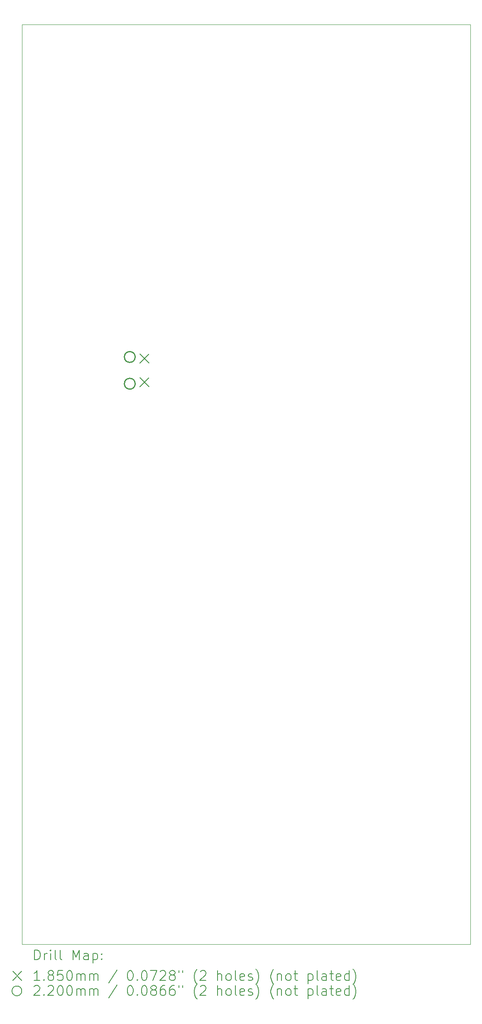
<source format=gbr>
%TF.GenerationSoftware,KiCad,Pcbnew,9.0.3-9.0.3-0~ubuntu24.04.1*%
%TF.CreationDate,2025-09-17T21:15:32+02:00*%
%TF.ProjectId,PCB_ SEPARATED,5043425f-2053-4455-9041-52415445442e,rev?*%
%TF.SameCoordinates,Original*%
%TF.FileFunction,Drillmap*%
%TF.FilePolarity,Positive*%
%FSLAX45Y45*%
G04 Gerber Fmt 4.5, Leading zero omitted, Abs format (unit mm)*
G04 Created by KiCad (PCBNEW 9.0.3-9.0.3-0~ubuntu24.04.1) date 2025-09-17 21:15:32*
%MOMM*%
%LPD*%
G01*
G04 APERTURE LIST*
%ADD10C,0.050000*%
%ADD11C,0.200000*%
%ADD12C,0.185000*%
%ADD13C,0.220000*%
G04 APERTURE END LIST*
D10*
X3946000Y-1450000D02*
X13096000Y-1450000D01*
X13096000Y-20200000D01*
X3946000Y-20200000D01*
X3946000Y-1450000D01*
D11*
D12*
X6356500Y-8165000D02*
X6541500Y-8350000D01*
X6541500Y-8165000D02*
X6356500Y-8350000D01*
X6356500Y-8650000D02*
X6541500Y-8835000D01*
X6541500Y-8650000D02*
X6356500Y-8835000D01*
D13*
X6256000Y-8227500D02*
G75*
G02*
X6036000Y-8227500I-110000J0D01*
G01*
X6036000Y-8227500D02*
G75*
G02*
X6256000Y-8227500I110000J0D01*
G01*
X6256000Y-8772500D02*
G75*
G02*
X6036000Y-8772500I-110000J0D01*
G01*
X6036000Y-8772500D02*
G75*
G02*
X6256000Y-8772500I110000J0D01*
G01*
D11*
X4204277Y-20513984D02*
X4204277Y-20313984D01*
X4204277Y-20313984D02*
X4251896Y-20313984D01*
X4251896Y-20313984D02*
X4280467Y-20323508D01*
X4280467Y-20323508D02*
X4299515Y-20342555D01*
X4299515Y-20342555D02*
X4309039Y-20361603D01*
X4309039Y-20361603D02*
X4318563Y-20399698D01*
X4318563Y-20399698D02*
X4318563Y-20428270D01*
X4318563Y-20428270D02*
X4309039Y-20466365D01*
X4309039Y-20466365D02*
X4299515Y-20485412D01*
X4299515Y-20485412D02*
X4280467Y-20504460D01*
X4280467Y-20504460D02*
X4251896Y-20513984D01*
X4251896Y-20513984D02*
X4204277Y-20513984D01*
X4404277Y-20513984D02*
X4404277Y-20380650D01*
X4404277Y-20418746D02*
X4413801Y-20399698D01*
X4413801Y-20399698D02*
X4423324Y-20390174D01*
X4423324Y-20390174D02*
X4442372Y-20380650D01*
X4442372Y-20380650D02*
X4461420Y-20380650D01*
X4528086Y-20513984D02*
X4528086Y-20380650D01*
X4528086Y-20313984D02*
X4518563Y-20323508D01*
X4518563Y-20323508D02*
X4528086Y-20333031D01*
X4528086Y-20333031D02*
X4537610Y-20323508D01*
X4537610Y-20323508D02*
X4528086Y-20313984D01*
X4528086Y-20313984D02*
X4528086Y-20333031D01*
X4651896Y-20513984D02*
X4632848Y-20504460D01*
X4632848Y-20504460D02*
X4623324Y-20485412D01*
X4623324Y-20485412D02*
X4623324Y-20313984D01*
X4756658Y-20513984D02*
X4737610Y-20504460D01*
X4737610Y-20504460D02*
X4728086Y-20485412D01*
X4728086Y-20485412D02*
X4728086Y-20313984D01*
X4985229Y-20513984D02*
X4985229Y-20313984D01*
X4985229Y-20313984D02*
X5051896Y-20456841D01*
X5051896Y-20456841D02*
X5118563Y-20313984D01*
X5118563Y-20313984D02*
X5118563Y-20513984D01*
X5299515Y-20513984D02*
X5299515Y-20409222D01*
X5299515Y-20409222D02*
X5289991Y-20390174D01*
X5289991Y-20390174D02*
X5270944Y-20380650D01*
X5270944Y-20380650D02*
X5232848Y-20380650D01*
X5232848Y-20380650D02*
X5213801Y-20390174D01*
X5299515Y-20504460D02*
X5280467Y-20513984D01*
X5280467Y-20513984D02*
X5232848Y-20513984D01*
X5232848Y-20513984D02*
X5213801Y-20504460D01*
X5213801Y-20504460D02*
X5204277Y-20485412D01*
X5204277Y-20485412D02*
X5204277Y-20466365D01*
X5204277Y-20466365D02*
X5213801Y-20447317D01*
X5213801Y-20447317D02*
X5232848Y-20437793D01*
X5232848Y-20437793D02*
X5280467Y-20437793D01*
X5280467Y-20437793D02*
X5299515Y-20428270D01*
X5394753Y-20380650D02*
X5394753Y-20580650D01*
X5394753Y-20390174D02*
X5413801Y-20380650D01*
X5413801Y-20380650D02*
X5451896Y-20380650D01*
X5451896Y-20380650D02*
X5470944Y-20390174D01*
X5470944Y-20390174D02*
X5480467Y-20399698D01*
X5480467Y-20399698D02*
X5489991Y-20418746D01*
X5489991Y-20418746D02*
X5489991Y-20475889D01*
X5489991Y-20475889D02*
X5480467Y-20494936D01*
X5480467Y-20494936D02*
X5470944Y-20504460D01*
X5470944Y-20504460D02*
X5451896Y-20513984D01*
X5451896Y-20513984D02*
X5413801Y-20513984D01*
X5413801Y-20513984D02*
X5394753Y-20504460D01*
X5575705Y-20494936D02*
X5585229Y-20504460D01*
X5585229Y-20504460D02*
X5575705Y-20513984D01*
X5575705Y-20513984D02*
X5566182Y-20504460D01*
X5566182Y-20504460D02*
X5575705Y-20494936D01*
X5575705Y-20494936D02*
X5575705Y-20513984D01*
X5575705Y-20390174D02*
X5585229Y-20399698D01*
X5585229Y-20399698D02*
X5575705Y-20409222D01*
X5575705Y-20409222D02*
X5566182Y-20399698D01*
X5566182Y-20399698D02*
X5575705Y-20390174D01*
X5575705Y-20390174D02*
X5575705Y-20409222D01*
D12*
X3758500Y-20750000D02*
X3943500Y-20935000D01*
X3943500Y-20750000D02*
X3758500Y-20935000D01*
D11*
X4309039Y-20933984D02*
X4194753Y-20933984D01*
X4251896Y-20933984D02*
X4251896Y-20733984D01*
X4251896Y-20733984D02*
X4232848Y-20762555D01*
X4232848Y-20762555D02*
X4213801Y-20781603D01*
X4213801Y-20781603D02*
X4194753Y-20791127D01*
X4394753Y-20914936D02*
X4404277Y-20924460D01*
X4404277Y-20924460D02*
X4394753Y-20933984D01*
X4394753Y-20933984D02*
X4385229Y-20924460D01*
X4385229Y-20924460D02*
X4394753Y-20914936D01*
X4394753Y-20914936D02*
X4394753Y-20933984D01*
X4518563Y-20819698D02*
X4499515Y-20810174D01*
X4499515Y-20810174D02*
X4489991Y-20800650D01*
X4489991Y-20800650D02*
X4480467Y-20781603D01*
X4480467Y-20781603D02*
X4480467Y-20772079D01*
X4480467Y-20772079D02*
X4489991Y-20753031D01*
X4489991Y-20753031D02*
X4499515Y-20743508D01*
X4499515Y-20743508D02*
X4518563Y-20733984D01*
X4518563Y-20733984D02*
X4556658Y-20733984D01*
X4556658Y-20733984D02*
X4575705Y-20743508D01*
X4575705Y-20743508D02*
X4585229Y-20753031D01*
X4585229Y-20753031D02*
X4594753Y-20772079D01*
X4594753Y-20772079D02*
X4594753Y-20781603D01*
X4594753Y-20781603D02*
X4585229Y-20800650D01*
X4585229Y-20800650D02*
X4575705Y-20810174D01*
X4575705Y-20810174D02*
X4556658Y-20819698D01*
X4556658Y-20819698D02*
X4518563Y-20819698D01*
X4518563Y-20819698D02*
X4499515Y-20829222D01*
X4499515Y-20829222D02*
X4489991Y-20838746D01*
X4489991Y-20838746D02*
X4480467Y-20857793D01*
X4480467Y-20857793D02*
X4480467Y-20895889D01*
X4480467Y-20895889D02*
X4489991Y-20914936D01*
X4489991Y-20914936D02*
X4499515Y-20924460D01*
X4499515Y-20924460D02*
X4518563Y-20933984D01*
X4518563Y-20933984D02*
X4556658Y-20933984D01*
X4556658Y-20933984D02*
X4575705Y-20924460D01*
X4575705Y-20924460D02*
X4585229Y-20914936D01*
X4585229Y-20914936D02*
X4594753Y-20895889D01*
X4594753Y-20895889D02*
X4594753Y-20857793D01*
X4594753Y-20857793D02*
X4585229Y-20838746D01*
X4585229Y-20838746D02*
X4575705Y-20829222D01*
X4575705Y-20829222D02*
X4556658Y-20819698D01*
X4775705Y-20733984D02*
X4680467Y-20733984D01*
X4680467Y-20733984D02*
X4670944Y-20829222D01*
X4670944Y-20829222D02*
X4680467Y-20819698D01*
X4680467Y-20819698D02*
X4699515Y-20810174D01*
X4699515Y-20810174D02*
X4747134Y-20810174D01*
X4747134Y-20810174D02*
X4766182Y-20819698D01*
X4766182Y-20819698D02*
X4775705Y-20829222D01*
X4775705Y-20829222D02*
X4785229Y-20848270D01*
X4785229Y-20848270D02*
X4785229Y-20895889D01*
X4785229Y-20895889D02*
X4775705Y-20914936D01*
X4775705Y-20914936D02*
X4766182Y-20924460D01*
X4766182Y-20924460D02*
X4747134Y-20933984D01*
X4747134Y-20933984D02*
X4699515Y-20933984D01*
X4699515Y-20933984D02*
X4680467Y-20924460D01*
X4680467Y-20924460D02*
X4670944Y-20914936D01*
X4909039Y-20733984D02*
X4928086Y-20733984D01*
X4928086Y-20733984D02*
X4947134Y-20743508D01*
X4947134Y-20743508D02*
X4956658Y-20753031D01*
X4956658Y-20753031D02*
X4966182Y-20772079D01*
X4966182Y-20772079D02*
X4975705Y-20810174D01*
X4975705Y-20810174D02*
X4975705Y-20857793D01*
X4975705Y-20857793D02*
X4966182Y-20895889D01*
X4966182Y-20895889D02*
X4956658Y-20914936D01*
X4956658Y-20914936D02*
X4947134Y-20924460D01*
X4947134Y-20924460D02*
X4928086Y-20933984D01*
X4928086Y-20933984D02*
X4909039Y-20933984D01*
X4909039Y-20933984D02*
X4889991Y-20924460D01*
X4889991Y-20924460D02*
X4880467Y-20914936D01*
X4880467Y-20914936D02*
X4870944Y-20895889D01*
X4870944Y-20895889D02*
X4861420Y-20857793D01*
X4861420Y-20857793D02*
X4861420Y-20810174D01*
X4861420Y-20810174D02*
X4870944Y-20772079D01*
X4870944Y-20772079D02*
X4880467Y-20753031D01*
X4880467Y-20753031D02*
X4889991Y-20743508D01*
X4889991Y-20743508D02*
X4909039Y-20733984D01*
X5061420Y-20933984D02*
X5061420Y-20800650D01*
X5061420Y-20819698D02*
X5070944Y-20810174D01*
X5070944Y-20810174D02*
X5089991Y-20800650D01*
X5089991Y-20800650D02*
X5118563Y-20800650D01*
X5118563Y-20800650D02*
X5137610Y-20810174D01*
X5137610Y-20810174D02*
X5147134Y-20829222D01*
X5147134Y-20829222D02*
X5147134Y-20933984D01*
X5147134Y-20829222D02*
X5156658Y-20810174D01*
X5156658Y-20810174D02*
X5175705Y-20800650D01*
X5175705Y-20800650D02*
X5204277Y-20800650D01*
X5204277Y-20800650D02*
X5223325Y-20810174D01*
X5223325Y-20810174D02*
X5232848Y-20829222D01*
X5232848Y-20829222D02*
X5232848Y-20933984D01*
X5328086Y-20933984D02*
X5328086Y-20800650D01*
X5328086Y-20819698D02*
X5337610Y-20810174D01*
X5337610Y-20810174D02*
X5356658Y-20800650D01*
X5356658Y-20800650D02*
X5385229Y-20800650D01*
X5385229Y-20800650D02*
X5404277Y-20810174D01*
X5404277Y-20810174D02*
X5413801Y-20829222D01*
X5413801Y-20829222D02*
X5413801Y-20933984D01*
X5413801Y-20829222D02*
X5423325Y-20810174D01*
X5423325Y-20810174D02*
X5442372Y-20800650D01*
X5442372Y-20800650D02*
X5470944Y-20800650D01*
X5470944Y-20800650D02*
X5489991Y-20810174D01*
X5489991Y-20810174D02*
X5499515Y-20829222D01*
X5499515Y-20829222D02*
X5499515Y-20933984D01*
X5889991Y-20724460D02*
X5718563Y-20981603D01*
X6147134Y-20733984D02*
X6166182Y-20733984D01*
X6166182Y-20733984D02*
X6185229Y-20743508D01*
X6185229Y-20743508D02*
X6194753Y-20753031D01*
X6194753Y-20753031D02*
X6204277Y-20772079D01*
X6204277Y-20772079D02*
X6213801Y-20810174D01*
X6213801Y-20810174D02*
X6213801Y-20857793D01*
X6213801Y-20857793D02*
X6204277Y-20895889D01*
X6204277Y-20895889D02*
X6194753Y-20914936D01*
X6194753Y-20914936D02*
X6185229Y-20924460D01*
X6185229Y-20924460D02*
X6166182Y-20933984D01*
X6166182Y-20933984D02*
X6147134Y-20933984D01*
X6147134Y-20933984D02*
X6128086Y-20924460D01*
X6128086Y-20924460D02*
X6118563Y-20914936D01*
X6118563Y-20914936D02*
X6109039Y-20895889D01*
X6109039Y-20895889D02*
X6099515Y-20857793D01*
X6099515Y-20857793D02*
X6099515Y-20810174D01*
X6099515Y-20810174D02*
X6109039Y-20772079D01*
X6109039Y-20772079D02*
X6118563Y-20753031D01*
X6118563Y-20753031D02*
X6128086Y-20743508D01*
X6128086Y-20743508D02*
X6147134Y-20733984D01*
X6299515Y-20914936D02*
X6309039Y-20924460D01*
X6309039Y-20924460D02*
X6299515Y-20933984D01*
X6299515Y-20933984D02*
X6289991Y-20924460D01*
X6289991Y-20924460D02*
X6299515Y-20914936D01*
X6299515Y-20914936D02*
X6299515Y-20933984D01*
X6432848Y-20733984D02*
X6451896Y-20733984D01*
X6451896Y-20733984D02*
X6470944Y-20743508D01*
X6470944Y-20743508D02*
X6480467Y-20753031D01*
X6480467Y-20753031D02*
X6489991Y-20772079D01*
X6489991Y-20772079D02*
X6499515Y-20810174D01*
X6499515Y-20810174D02*
X6499515Y-20857793D01*
X6499515Y-20857793D02*
X6489991Y-20895889D01*
X6489991Y-20895889D02*
X6480467Y-20914936D01*
X6480467Y-20914936D02*
X6470944Y-20924460D01*
X6470944Y-20924460D02*
X6451896Y-20933984D01*
X6451896Y-20933984D02*
X6432848Y-20933984D01*
X6432848Y-20933984D02*
X6413801Y-20924460D01*
X6413801Y-20924460D02*
X6404277Y-20914936D01*
X6404277Y-20914936D02*
X6394753Y-20895889D01*
X6394753Y-20895889D02*
X6385229Y-20857793D01*
X6385229Y-20857793D02*
X6385229Y-20810174D01*
X6385229Y-20810174D02*
X6394753Y-20772079D01*
X6394753Y-20772079D02*
X6404277Y-20753031D01*
X6404277Y-20753031D02*
X6413801Y-20743508D01*
X6413801Y-20743508D02*
X6432848Y-20733984D01*
X6566182Y-20733984D02*
X6699515Y-20733984D01*
X6699515Y-20733984D02*
X6613801Y-20933984D01*
X6766182Y-20753031D02*
X6775706Y-20743508D01*
X6775706Y-20743508D02*
X6794753Y-20733984D01*
X6794753Y-20733984D02*
X6842372Y-20733984D01*
X6842372Y-20733984D02*
X6861420Y-20743508D01*
X6861420Y-20743508D02*
X6870944Y-20753031D01*
X6870944Y-20753031D02*
X6880467Y-20772079D01*
X6880467Y-20772079D02*
X6880467Y-20791127D01*
X6880467Y-20791127D02*
X6870944Y-20819698D01*
X6870944Y-20819698D02*
X6756658Y-20933984D01*
X6756658Y-20933984D02*
X6880467Y-20933984D01*
X6994753Y-20819698D02*
X6975706Y-20810174D01*
X6975706Y-20810174D02*
X6966182Y-20800650D01*
X6966182Y-20800650D02*
X6956658Y-20781603D01*
X6956658Y-20781603D02*
X6956658Y-20772079D01*
X6956658Y-20772079D02*
X6966182Y-20753031D01*
X6966182Y-20753031D02*
X6975706Y-20743508D01*
X6975706Y-20743508D02*
X6994753Y-20733984D01*
X6994753Y-20733984D02*
X7032848Y-20733984D01*
X7032848Y-20733984D02*
X7051896Y-20743508D01*
X7051896Y-20743508D02*
X7061420Y-20753031D01*
X7061420Y-20753031D02*
X7070944Y-20772079D01*
X7070944Y-20772079D02*
X7070944Y-20781603D01*
X7070944Y-20781603D02*
X7061420Y-20800650D01*
X7061420Y-20800650D02*
X7051896Y-20810174D01*
X7051896Y-20810174D02*
X7032848Y-20819698D01*
X7032848Y-20819698D02*
X6994753Y-20819698D01*
X6994753Y-20819698D02*
X6975706Y-20829222D01*
X6975706Y-20829222D02*
X6966182Y-20838746D01*
X6966182Y-20838746D02*
X6956658Y-20857793D01*
X6956658Y-20857793D02*
X6956658Y-20895889D01*
X6956658Y-20895889D02*
X6966182Y-20914936D01*
X6966182Y-20914936D02*
X6975706Y-20924460D01*
X6975706Y-20924460D02*
X6994753Y-20933984D01*
X6994753Y-20933984D02*
X7032848Y-20933984D01*
X7032848Y-20933984D02*
X7051896Y-20924460D01*
X7051896Y-20924460D02*
X7061420Y-20914936D01*
X7061420Y-20914936D02*
X7070944Y-20895889D01*
X7070944Y-20895889D02*
X7070944Y-20857793D01*
X7070944Y-20857793D02*
X7061420Y-20838746D01*
X7061420Y-20838746D02*
X7051896Y-20829222D01*
X7051896Y-20829222D02*
X7032848Y-20819698D01*
X7147134Y-20733984D02*
X7147134Y-20772079D01*
X7223325Y-20733984D02*
X7223325Y-20772079D01*
X7518563Y-21010174D02*
X7509039Y-21000650D01*
X7509039Y-21000650D02*
X7489991Y-20972079D01*
X7489991Y-20972079D02*
X7480468Y-20953031D01*
X7480468Y-20953031D02*
X7470944Y-20924460D01*
X7470944Y-20924460D02*
X7461420Y-20876841D01*
X7461420Y-20876841D02*
X7461420Y-20838746D01*
X7461420Y-20838746D02*
X7470944Y-20791127D01*
X7470944Y-20791127D02*
X7480468Y-20762555D01*
X7480468Y-20762555D02*
X7489991Y-20743508D01*
X7489991Y-20743508D02*
X7509039Y-20714936D01*
X7509039Y-20714936D02*
X7518563Y-20705412D01*
X7585229Y-20753031D02*
X7594753Y-20743508D01*
X7594753Y-20743508D02*
X7613801Y-20733984D01*
X7613801Y-20733984D02*
X7661420Y-20733984D01*
X7661420Y-20733984D02*
X7680468Y-20743508D01*
X7680468Y-20743508D02*
X7689991Y-20753031D01*
X7689991Y-20753031D02*
X7699515Y-20772079D01*
X7699515Y-20772079D02*
X7699515Y-20791127D01*
X7699515Y-20791127D02*
X7689991Y-20819698D01*
X7689991Y-20819698D02*
X7575706Y-20933984D01*
X7575706Y-20933984D02*
X7699515Y-20933984D01*
X7937610Y-20933984D02*
X7937610Y-20733984D01*
X8023325Y-20933984D02*
X8023325Y-20829222D01*
X8023325Y-20829222D02*
X8013801Y-20810174D01*
X8013801Y-20810174D02*
X7994753Y-20800650D01*
X7994753Y-20800650D02*
X7966182Y-20800650D01*
X7966182Y-20800650D02*
X7947134Y-20810174D01*
X7947134Y-20810174D02*
X7937610Y-20819698D01*
X8147134Y-20933984D02*
X8128087Y-20924460D01*
X8128087Y-20924460D02*
X8118563Y-20914936D01*
X8118563Y-20914936D02*
X8109039Y-20895889D01*
X8109039Y-20895889D02*
X8109039Y-20838746D01*
X8109039Y-20838746D02*
X8118563Y-20819698D01*
X8118563Y-20819698D02*
X8128087Y-20810174D01*
X8128087Y-20810174D02*
X8147134Y-20800650D01*
X8147134Y-20800650D02*
X8175706Y-20800650D01*
X8175706Y-20800650D02*
X8194753Y-20810174D01*
X8194753Y-20810174D02*
X8204277Y-20819698D01*
X8204277Y-20819698D02*
X8213801Y-20838746D01*
X8213801Y-20838746D02*
X8213801Y-20895889D01*
X8213801Y-20895889D02*
X8204277Y-20914936D01*
X8204277Y-20914936D02*
X8194753Y-20924460D01*
X8194753Y-20924460D02*
X8175706Y-20933984D01*
X8175706Y-20933984D02*
X8147134Y-20933984D01*
X8328087Y-20933984D02*
X8309039Y-20924460D01*
X8309039Y-20924460D02*
X8299515Y-20905412D01*
X8299515Y-20905412D02*
X8299515Y-20733984D01*
X8480468Y-20924460D02*
X8461420Y-20933984D01*
X8461420Y-20933984D02*
X8423325Y-20933984D01*
X8423325Y-20933984D02*
X8404277Y-20924460D01*
X8404277Y-20924460D02*
X8394753Y-20905412D01*
X8394753Y-20905412D02*
X8394753Y-20829222D01*
X8394753Y-20829222D02*
X8404277Y-20810174D01*
X8404277Y-20810174D02*
X8423325Y-20800650D01*
X8423325Y-20800650D02*
X8461420Y-20800650D01*
X8461420Y-20800650D02*
X8480468Y-20810174D01*
X8480468Y-20810174D02*
X8489992Y-20829222D01*
X8489992Y-20829222D02*
X8489992Y-20848270D01*
X8489992Y-20848270D02*
X8394753Y-20867317D01*
X8566182Y-20924460D02*
X8585230Y-20933984D01*
X8585230Y-20933984D02*
X8623325Y-20933984D01*
X8623325Y-20933984D02*
X8642373Y-20924460D01*
X8642373Y-20924460D02*
X8651896Y-20905412D01*
X8651896Y-20905412D02*
X8651896Y-20895889D01*
X8651896Y-20895889D02*
X8642373Y-20876841D01*
X8642373Y-20876841D02*
X8623325Y-20867317D01*
X8623325Y-20867317D02*
X8594753Y-20867317D01*
X8594753Y-20867317D02*
X8575706Y-20857793D01*
X8575706Y-20857793D02*
X8566182Y-20838746D01*
X8566182Y-20838746D02*
X8566182Y-20829222D01*
X8566182Y-20829222D02*
X8575706Y-20810174D01*
X8575706Y-20810174D02*
X8594753Y-20800650D01*
X8594753Y-20800650D02*
X8623325Y-20800650D01*
X8623325Y-20800650D02*
X8642373Y-20810174D01*
X8718563Y-21010174D02*
X8728087Y-21000650D01*
X8728087Y-21000650D02*
X8747134Y-20972079D01*
X8747134Y-20972079D02*
X8756658Y-20953031D01*
X8756658Y-20953031D02*
X8766182Y-20924460D01*
X8766182Y-20924460D02*
X8775706Y-20876841D01*
X8775706Y-20876841D02*
X8775706Y-20838746D01*
X8775706Y-20838746D02*
X8766182Y-20791127D01*
X8766182Y-20791127D02*
X8756658Y-20762555D01*
X8756658Y-20762555D02*
X8747134Y-20743508D01*
X8747134Y-20743508D02*
X8728087Y-20714936D01*
X8728087Y-20714936D02*
X8718563Y-20705412D01*
X9080468Y-21010174D02*
X9070944Y-21000650D01*
X9070944Y-21000650D02*
X9051896Y-20972079D01*
X9051896Y-20972079D02*
X9042373Y-20953031D01*
X9042373Y-20953031D02*
X9032849Y-20924460D01*
X9032849Y-20924460D02*
X9023325Y-20876841D01*
X9023325Y-20876841D02*
X9023325Y-20838746D01*
X9023325Y-20838746D02*
X9032849Y-20791127D01*
X9032849Y-20791127D02*
X9042373Y-20762555D01*
X9042373Y-20762555D02*
X9051896Y-20743508D01*
X9051896Y-20743508D02*
X9070944Y-20714936D01*
X9070944Y-20714936D02*
X9080468Y-20705412D01*
X9156658Y-20800650D02*
X9156658Y-20933984D01*
X9156658Y-20819698D02*
X9166182Y-20810174D01*
X9166182Y-20810174D02*
X9185230Y-20800650D01*
X9185230Y-20800650D02*
X9213801Y-20800650D01*
X9213801Y-20800650D02*
X9232849Y-20810174D01*
X9232849Y-20810174D02*
X9242373Y-20829222D01*
X9242373Y-20829222D02*
X9242373Y-20933984D01*
X9366182Y-20933984D02*
X9347134Y-20924460D01*
X9347134Y-20924460D02*
X9337611Y-20914936D01*
X9337611Y-20914936D02*
X9328087Y-20895889D01*
X9328087Y-20895889D02*
X9328087Y-20838746D01*
X9328087Y-20838746D02*
X9337611Y-20819698D01*
X9337611Y-20819698D02*
X9347134Y-20810174D01*
X9347134Y-20810174D02*
X9366182Y-20800650D01*
X9366182Y-20800650D02*
X9394754Y-20800650D01*
X9394754Y-20800650D02*
X9413801Y-20810174D01*
X9413801Y-20810174D02*
X9423325Y-20819698D01*
X9423325Y-20819698D02*
X9432849Y-20838746D01*
X9432849Y-20838746D02*
X9432849Y-20895889D01*
X9432849Y-20895889D02*
X9423325Y-20914936D01*
X9423325Y-20914936D02*
X9413801Y-20924460D01*
X9413801Y-20924460D02*
X9394754Y-20933984D01*
X9394754Y-20933984D02*
X9366182Y-20933984D01*
X9489992Y-20800650D02*
X9566182Y-20800650D01*
X9518563Y-20733984D02*
X9518563Y-20905412D01*
X9518563Y-20905412D02*
X9528087Y-20924460D01*
X9528087Y-20924460D02*
X9547134Y-20933984D01*
X9547134Y-20933984D02*
X9566182Y-20933984D01*
X9785230Y-20800650D02*
X9785230Y-21000650D01*
X9785230Y-20810174D02*
X9804277Y-20800650D01*
X9804277Y-20800650D02*
X9842373Y-20800650D01*
X9842373Y-20800650D02*
X9861420Y-20810174D01*
X9861420Y-20810174D02*
X9870944Y-20819698D01*
X9870944Y-20819698D02*
X9880468Y-20838746D01*
X9880468Y-20838746D02*
X9880468Y-20895889D01*
X9880468Y-20895889D02*
X9870944Y-20914936D01*
X9870944Y-20914936D02*
X9861420Y-20924460D01*
X9861420Y-20924460D02*
X9842373Y-20933984D01*
X9842373Y-20933984D02*
X9804277Y-20933984D01*
X9804277Y-20933984D02*
X9785230Y-20924460D01*
X9994754Y-20933984D02*
X9975706Y-20924460D01*
X9975706Y-20924460D02*
X9966182Y-20905412D01*
X9966182Y-20905412D02*
X9966182Y-20733984D01*
X10156658Y-20933984D02*
X10156658Y-20829222D01*
X10156658Y-20829222D02*
X10147135Y-20810174D01*
X10147135Y-20810174D02*
X10128087Y-20800650D01*
X10128087Y-20800650D02*
X10089992Y-20800650D01*
X10089992Y-20800650D02*
X10070944Y-20810174D01*
X10156658Y-20924460D02*
X10137611Y-20933984D01*
X10137611Y-20933984D02*
X10089992Y-20933984D01*
X10089992Y-20933984D02*
X10070944Y-20924460D01*
X10070944Y-20924460D02*
X10061420Y-20905412D01*
X10061420Y-20905412D02*
X10061420Y-20886365D01*
X10061420Y-20886365D02*
X10070944Y-20867317D01*
X10070944Y-20867317D02*
X10089992Y-20857793D01*
X10089992Y-20857793D02*
X10137611Y-20857793D01*
X10137611Y-20857793D02*
X10156658Y-20848270D01*
X10223325Y-20800650D02*
X10299515Y-20800650D01*
X10251896Y-20733984D02*
X10251896Y-20905412D01*
X10251896Y-20905412D02*
X10261420Y-20924460D01*
X10261420Y-20924460D02*
X10280468Y-20933984D01*
X10280468Y-20933984D02*
X10299515Y-20933984D01*
X10442373Y-20924460D02*
X10423325Y-20933984D01*
X10423325Y-20933984D02*
X10385230Y-20933984D01*
X10385230Y-20933984D02*
X10366182Y-20924460D01*
X10366182Y-20924460D02*
X10356658Y-20905412D01*
X10356658Y-20905412D02*
X10356658Y-20829222D01*
X10356658Y-20829222D02*
X10366182Y-20810174D01*
X10366182Y-20810174D02*
X10385230Y-20800650D01*
X10385230Y-20800650D02*
X10423325Y-20800650D01*
X10423325Y-20800650D02*
X10442373Y-20810174D01*
X10442373Y-20810174D02*
X10451896Y-20829222D01*
X10451896Y-20829222D02*
X10451896Y-20848270D01*
X10451896Y-20848270D02*
X10356658Y-20867317D01*
X10623325Y-20933984D02*
X10623325Y-20733984D01*
X10623325Y-20924460D02*
X10604277Y-20933984D01*
X10604277Y-20933984D02*
X10566182Y-20933984D01*
X10566182Y-20933984D02*
X10547135Y-20924460D01*
X10547135Y-20924460D02*
X10537611Y-20914936D01*
X10537611Y-20914936D02*
X10528087Y-20895889D01*
X10528087Y-20895889D02*
X10528087Y-20838746D01*
X10528087Y-20838746D02*
X10537611Y-20819698D01*
X10537611Y-20819698D02*
X10547135Y-20810174D01*
X10547135Y-20810174D02*
X10566182Y-20800650D01*
X10566182Y-20800650D02*
X10604277Y-20800650D01*
X10604277Y-20800650D02*
X10623325Y-20810174D01*
X10699516Y-21010174D02*
X10709039Y-21000650D01*
X10709039Y-21000650D02*
X10728087Y-20972079D01*
X10728087Y-20972079D02*
X10737611Y-20953031D01*
X10737611Y-20953031D02*
X10747135Y-20924460D01*
X10747135Y-20924460D02*
X10756658Y-20876841D01*
X10756658Y-20876841D02*
X10756658Y-20838746D01*
X10756658Y-20838746D02*
X10747135Y-20791127D01*
X10747135Y-20791127D02*
X10737611Y-20762555D01*
X10737611Y-20762555D02*
X10728087Y-20743508D01*
X10728087Y-20743508D02*
X10709039Y-20714936D01*
X10709039Y-20714936D02*
X10699516Y-20705412D01*
X3943500Y-21147500D02*
G75*
G02*
X3743500Y-21147500I-100000J0D01*
G01*
X3743500Y-21147500D02*
G75*
G02*
X3943500Y-21147500I100000J0D01*
G01*
X4194753Y-21058031D02*
X4204277Y-21048508D01*
X4204277Y-21048508D02*
X4223324Y-21038984D01*
X4223324Y-21038984D02*
X4270944Y-21038984D01*
X4270944Y-21038984D02*
X4289991Y-21048508D01*
X4289991Y-21048508D02*
X4299515Y-21058031D01*
X4299515Y-21058031D02*
X4309039Y-21077079D01*
X4309039Y-21077079D02*
X4309039Y-21096127D01*
X4309039Y-21096127D02*
X4299515Y-21124698D01*
X4299515Y-21124698D02*
X4185229Y-21238984D01*
X4185229Y-21238984D02*
X4309039Y-21238984D01*
X4394753Y-21219936D02*
X4404277Y-21229460D01*
X4404277Y-21229460D02*
X4394753Y-21238984D01*
X4394753Y-21238984D02*
X4385229Y-21229460D01*
X4385229Y-21229460D02*
X4394753Y-21219936D01*
X4394753Y-21219936D02*
X4394753Y-21238984D01*
X4480467Y-21058031D02*
X4489991Y-21048508D01*
X4489991Y-21048508D02*
X4509039Y-21038984D01*
X4509039Y-21038984D02*
X4556658Y-21038984D01*
X4556658Y-21038984D02*
X4575705Y-21048508D01*
X4575705Y-21048508D02*
X4585229Y-21058031D01*
X4585229Y-21058031D02*
X4594753Y-21077079D01*
X4594753Y-21077079D02*
X4594753Y-21096127D01*
X4594753Y-21096127D02*
X4585229Y-21124698D01*
X4585229Y-21124698D02*
X4470944Y-21238984D01*
X4470944Y-21238984D02*
X4594753Y-21238984D01*
X4718563Y-21038984D02*
X4737610Y-21038984D01*
X4737610Y-21038984D02*
X4756658Y-21048508D01*
X4756658Y-21048508D02*
X4766182Y-21058031D01*
X4766182Y-21058031D02*
X4775705Y-21077079D01*
X4775705Y-21077079D02*
X4785229Y-21115174D01*
X4785229Y-21115174D02*
X4785229Y-21162793D01*
X4785229Y-21162793D02*
X4775705Y-21200889D01*
X4775705Y-21200889D02*
X4766182Y-21219936D01*
X4766182Y-21219936D02*
X4756658Y-21229460D01*
X4756658Y-21229460D02*
X4737610Y-21238984D01*
X4737610Y-21238984D02*
X4718563Y-21238984D01*
X4718563Y-21238984D02*
X4699515Y-21229460D01*
X4699515Y-21229460D02*
X4689991Y-21219936D01*
X4689991Y-21219936D02*
X4680467Y-21200889D01*
X4680467Y-21200889D02*
X4670944Y-21162793D01*
X4670944Y-21162793D02*
X4670944Y-21115174D01*
X4670944Y-21115174D02*
X4680467Y-21077079D01*
X4680467Y-21077079D02*
X4689991Y-21058031D01*
X4689991Y-21058031D02*
X4699515Y-21048508D01*
X4699515Y-21048508D02*
X4718563Y-21038984D01*
X4909039Y-21038984D02*
X4928086Y-21038984D01*
X4928086Y-21038984D02*
X4947134Y-21048508D01*
X4947134Y-21048508D02*
X4956658Y-21058031D01*
X4956658Y-21058031D02*
X4966182Y-21077079D01*
X4966182Y-21077079D02*
X4975705Y-21115174D01*
X4975705Y-21115174D02*
X4975705Y-21162793D01*
X4975705Y-21162793D02*
X4966182Y-21200889D01*
X4966182Y-21200889D02*
X4956658Y-21219936D01*
X4956658Y-21219936D02*
X4947134Y-21229460D01*
X4947134Y-21229460D02*
X4928086Y-21238984D01*
X4928086Y-21238984D02*
X4909039Y-21238984D01*
X4909039Y-21238984D02*
X4889991Y-21229460D01*
X4889991Y-21229460D02*
X4880467Y-21219936D01*
X4880467Y-21219936D02*
X4870944Y-21200889D01*
X4870944Y-21200889D02*
X4861420Y-21162793D01*
X4861420Y-21162793D02*
X4861420Y-21115174D01*
X4861420Y-21115174D02*
X4870944Y-21077079D01*
X4870944Y-21077079D02*
X4880467Y-21058031D01*
X4880467Y-21058031D02*
X4889991Y-21048508D01*
X4889991Y-21048508D02*
X4909039Y-21038984D01*
X5061420Y-21238984D02*
X5061420Y-21105650D01*
X5061420Y-21124698D02*
X5070944Y-21115174D01*
X5070944Y-21115174D02*
X5089991Y-21105650D01*
X5089991Y-21105650D02*
X5118563Y-21105650D01*
X5118563Y-21105650D02*
X5137610Y-21115174D01*
X5137610Y-21115174D02*
X5147134Y-21134222D01*
X5147134Y-21134222D02*
X5147134Y-21238984D01*
X5147134Y-21134222D02*
X5156658Y-21115174D01*
X5156658Y-21115174D02*
X5175705Y-21105650D01*
X5175705Y-21105650D02*
X5204277Y-21105650D01*
X5204277Y-21105650D02*
X5223325Y-21115174D01*
X5223325Y-21115174D02*
X5232848Y-21134222D01*
X5232848Y-21134222D02*
X5232848Y-21238984D01*
X5328086Y-21238984D02*
X5328086Y-21105650D01*
X5328086Y-21124698D02*
X5337610Y-21115174D01*
X5337610Y-21115174D02*
X5356658Y-21105650D01*
X5356658Y-21105650D02*
X5385229Y-21105650D01*
X5385229Y-21105650D02*
X5404277Y-21115174D01*
X5404277Y-21115174D02*
X5413801Y-21134222D01*
X5413801Y-21134222D02*
X5413801Y-21238984D01*
X5413801Y-21134222D02*
X5423325Y-21115174D01*
X5423325Y-21115174D02*
X5442372Y-21105650D01*
X5442372Y-21105650D02*
X5470944Y-21105650D01*
X5470944Y-21105650D02*
X5489991Y-21115174D01*
X5489991Y-21115174D02*
X5499515Y-21134222D01*
X5499515Y-21134222D02*
X5499515Y-21238984D01*
X5889991Y-21029460D02*
X5718563Y-21286603D01*
X6147134Y-21038984D02*
X6166182Y-21038984D01*
X6166182Y-21038984D02*
X6185229Y-21048508D01*
X6185229Y-21048508D02*
X6194753Y-21058031D01*
X6194753Y-21058031D02*
X6204277Y-21077079D01*
X6204277Y-21077079D02*
X6213801Y-21115174D01*
X6213801Y-21115174D02*
X6213801Y-21162793D01*
X6213801Y-21162793D02*
X6204277Y-21200889D01*
X6204277Y-21200889D02*
X6194753Y-21219936D01*
X6194753Y-21219936D02*
X6185229Y-21229460D01*
X6185229Y-21229460D02*
X6166182Y-21238984D01*
X6166182Y-21238984D02*
X6147134Y-21238984D01*
X6147134Y-21238984D02*
X6128086Y-21229460D01*
X6128086Y-21229460D02*
X6118563Y-21219936D01*
X6118563Y-21219936D02*
X6109039Y-21200889D01*
X6109039Y-21200889D02*
X6099515Y-21162793D01*
X6099515Y-21162793D02*
X6099515Y-21115174D01*
X6099515Y-21115174D02*
X6109039Y-21077079D01*
X6109039Y-21077079D02*
X6118563Y-21058031D01*
X6118563Y-21058031D02*
X6128086Y-21048508D01*
X6128086Y-21048508D02*
X6147134Y-21038984D01*
X6299515Y-21219936D02*
X6309039Y-21229460D01*
X6309039Y-21229460D02*
X6299515Y-21238984D01*
X6299515Y-21238984D02*
X6289991Y-21229460D01*
X6289991Y-21229460D02*
X6299515Y-21219936D01*
X6299515Y-21219936D02*
X6299515Y-21238984D01*
X6432848Y-21038984D02*
X6451896Y-21038984D01*
X6451896Y-21038984D02*
X6470944Y-21048508D01*
X6470944Y-21048508D02*
X6480467Y-21058031D01*
X6480467Y-21058031D02*
X6489991Y-21077079D01*
X6489991Y-21077079D02*
X6499515Y-21115174D01*
X6499515Y-21115174D02*
X6499515Y-21162793D01*
X6499515Y-21162793D02*
X6489991Y-21200889D01*
X6489991Y-21200889D02*
X6480467Y-21219936D01*
X6480467Y-21219936D02*
X6470944Y-21229460D01*
X6470944Y-21229460D02*
X6451896Y-21238984D01*
X6451896Y-21238984D02*
X6432848Y-21238984D01*
X6432848Y-21238984D02*
X6413801Y-21229460D01*
X6413801Y-21229460D02*
X6404277Y-21219936D01*
X6404277Y-21219936D02*
X6394753Y-21200889D01*
X6394753Y-21200889D02*
X6385229Y-21162793D01*
X6385229Y-21162793D02*
X6385229Y-21115174D01*
X6385229Y-21115174D02*
X6394753Y-21077079D01*
X6394753Y-21077079D02*
X6404277Y-21058031D01*
X6404277Y-21058031D02*
X6413801Y-21048508D01*
X6413801Y-21048508D02*
X6432848Y-21038984D01*
X6613801Y-21124698D02*
X6594753Y-21115174D01*
X6594753Y-21115174D02*
X6585229Y-21105650D01*
X6585229Y-21105650D02*
X6575706Y-21086603D01*
X6575706Y-21086603D02*
X6575706Y-21077079D01*
X6575706Y-21077079D02*
X6585229Y-21058031D01*
X6585229Y-21058031D02*
X6594753Y-21048508D01*
X6594753Y-21048508D02*
X6613801Y-21038984D01*
X6613801Y-21038984D02*
X6651896Y-21038984D01*
X6651896Y-21038984D02*
X6670944Y-21048508D01*
X6670944Y-21048508D02*
X6680467Y-21058031D01*
X6680467Y-21058031D02*
X6689991Y-21077079D01*
X6689991Y-21077079D02*
X6689991Y-21086603D01*
X6689991Y-21086603D02*
X6680467Y-21105650D01*
X6680467Y-21105650D02*
X6670944Y-21115174D01*
X6670944Y-21115174D02*
X6651896Y-21124698D01*
X6651896Y-21124698D02*
X6613801Y-21124698D01*
X6613801Y-21124698D02*
X6594753Y-21134222D01*
X6594753Y-21134222D02*
X6585229Y-21143746D01*
X6585229Y-21143746D02*
X6575706Y-21162793D01*
X6575706Y-21162793D02*
X6575706Y-21200889D01*
X6575706Y-21200889D02*
X6585229Y-21219936D01*
X6585229Y-21219936D02*
X6594753Y-21229460D01*
X6594753Y-21229460D02*
X6613801Y-21238984D01*
X6613801Y-21238984D02*
X6651896Y-21238984D01*
X6651896Y-21238984D02*
X6670944Y-21229460D01*
X6670944Y-21229460D02*
X6680467Y-21219936D01*
X6680467Y-21219936D02*
X6689991Y-21200889D01*
X6689991Y-21200889D02*
X6689991Y-21162793D01*
X6689991Y-21162793D02*
X6680467Y-21143746D01*
X6680467Y-21143746D02*
X6670944Y-21134222D01*
X6670944Y-21134222D02*
X6651896Y-21124698D01*
X6861420Y-21038984D02*
X6823325Y-21038984D01*
X6823325Y-21038984D02*
X6804277Y-21048508D01*
X6804277Y-21048508D02*
X6794753Y-21058031D01*
X6794753Y-21058031D02*
X6775706Y-21086603D01*
X6775706Y-21086603D02*
X6766182Y-21124698D01*
X6766182Y-21124698D02*
X6766182Y-21200889D01*
X6766182Y-21200889D02*
X6775706Y-21219936D01*
X6775706Y-21219936D02*
X6785229Y-21229460D01*
X6785229Y-21229460D02*
X6804277Y-21238984D01*
X6804277Y-21238984D02*
X6842372Y-21238984D01*
X6842372Y-21238984D02*
X6861420Y-21229460D01*
X6861420Y-21229460D02*
X6870944Y-21219936D01*
X6870944Y-21219936D02*
X6880467Y-21200889D01*
X6880467Y-21200889D02*
X6880467Y-21153270D01*
X6880467Y-21153270D02*
X6870944Y-21134222D01*
X6870944Y-21134222D02*
X6861420Y-21124698D01*
X6861420Y-21124698D02*
X6842372Y-21115174D01*
X6842372Y-21115174D02*
X6804277Y-21115174D01*
X6804277Y-21115174D02*
X6785229Y-21124698D01*
X6785229Y-21124698D02*
X6775706Y-21134222D01*
X6775706Y-21134222D02*
X6766182Y-21153270D01*
X7051896Y-21038984D02*
X7013801Y-21038984D01*
X7013801Y-21038984D02*
X6994753Y-21048508D01*
X6994753Y-21048508D02*
X6985229Y-21058031D01*
X6985229Y-21058031D02*
X6966182Y-21086603D01*
X6966182Y-21086603D02*
X6956658Y-21124698D01*
X6956658Y-21124698D02*
X6956658Y-21200889D01*
X6956658Y-21200889D02*
X6966182Y-21219936D01*
X6966182Y-21219936D02*
X6975706Y-21229460D01*
X6975706Y-21229460D02*
X6994753Y-21238984D01*
X6994753Y-21238984D02*
X7032848Y-21238984D01*
X7032848Y-21238984D02*
X7051896Y-21229460D01*
X7051896Y-21229460D02*
X7061420Y-21219936D01*
X7061420Y-21219936D02*
X7070944Y-21200889D01*
X7070944Y-21200889D02*
X7070944Y-21153270D01*
X7070944Y-21153270D02*
X7061420Y-21134222D01*
X7061420Y-21134222D02*
X7051896Y-21124698D01*
X7051896Y-21124698D02*
X7032848Y-21115174D01*
X7032848Y-21115174D02*
X6994753Y-21115174D01*
X6994753Y-21115174D02*
X6975706Y-21124698D01*
X6975706Y-21124698D02*
X6966182Y-21134222D01*
X6966182Y-21134222D02*
X6956658Y-21153270D01*
X7147134Y-21038984D02*
X7147134Y-21077079D01*
X7223325Y-21038984D02*
X7223325Y-21077079D01*
X7518563Y-21315174D02*
X7509039Y-21305650D01*
X7509039Y-21305650D02*
X7489991Y-21277079D01*
X7489991Y-21277079D02*
X7480468Y-21258031D01*
X7480468Y-21258031D02*
X7470944Y-21229460D01*
X7470944Y-21229460D02*
X7461420Y-21181841D01*
X7461420Y-21181841D02*
X7461420Y-21143746D01*
X7461420Y-21143746D02*
X7470944Y-21096127D01*
X7470944Y-21096127D02*
X7480468Y-21067555D01*
X7480468Y-21067555D02*
X7489991Y-21048508D01*
X7489991Y-21048508D02*
X7509039Y-21019936D01*
X7509039Y-21019936D02*
X7518563Y-21010412D01*
X7585229Y-21058031D02*
X7594753Y-21048508D01*
X7594753Y-21048508D02*
X7613801Y-21038984D01*
X7613801Y-21038984D02*
X7661420Y-21038984D01*
X7661420Y-21038984D02*
X7680468Y-21048508D01*
X7680468Y-21048508D02*
X7689991Y-21058031D01*
X7689991Y-21058031D02*
X7699515Y-21077079D01*
X7699515Y-21077079D02*
X7699515Y-21096127D01*
X7699515Y-21096127D02*
X7689991Y-21124698D01*
X7689991Y-21124698D02*
X7575706Y-21238984D01*
X7575706Y-21238984D02*
X7699515Y-21238984D01*
X7937610Y-21238984D02*
X7937610Y-21038984D01*
X8023325Y-21238984D02*
X8023325Y-21134222D01*
X8023325Y-21134222D02*
X8013801Y-21115174D01*
X8013801Y-21115174D02*
X7994753Y-21105650D01*
X7994753Y-21105650D02*
X7966182Y-21105650D01*
X7966182Y-21105650D02*
X7947134Y-21115174D01*
X7947134Y-21115174D02*
X7937610Y-21124698D01*
X8147134Y-21238984D02*
X8128087Y-21229460D01*
X8128087Y-21229460D02*
X8118563Y-21219936D01*
X8118563Y-21219936D02*
X8109039Y-21200889D01*
X8109039Y-21200889D02*
X8109039Y-21143746D01*
X8109039Y-21143746D02*
X8118563Y-21124698D01*
X8118563Y-21124698D02*
X8128087Y-21115174D01*
X8128087Y-21115174D02*
X8147134Y-21105650D01*
X8147134Y-21105650D02*
X8175706Y-21105650D01*
X8175706Y-21105650D02*
X8194753Y-21115174D01*
X8194753Y-21115174D02*
X8204277Y-21124698D01*
X8204277Y-21124698D02*
X8213801Y-21143746D01*
X8213801Y-21143746D02*
X8213801Y-21200889D01*
X8213801Y-21200889D02*
X8204277Y-21219936D01*
X8204277Y-21219936D02*
X8194753Y-21229460D01*
X8194753Y-21229460D02*
X8175706Y-21238984D01*
X8175706Y-21238984D02*
X8147134Y-21238984D01*
X8328087Y-21238984D02*
X8309039Y-21229460D01*
X8309039Y-21229460D02*
X8299515Y-21210412D01*
X8299515Y-21210412D02*
X8299515Y-21038984D01*
X8480468Y-21229460D02*
X8461420Y-21238984D01*
X8461420Y-21238984D02*
X8423325Y-21238984D01*
X8423325Y-21238984D02*
X8404277Y-21229460D01*
X8404277Y-21229460D02*
X8394753Y-21210412D01*
X8394753Y-21210412D02*
X8394753Y-21134222D01*
X8394753Y-21134222D02*
X8404277Y-21115174D01*
X8404277Y-21115174D02*
X8423325Y-21105650D01*
X8423325Y-21105650D02*
X8461420Y-21105650D01*
X8461420Y-21105650D02*
X8480468Y-21115174D01*
X8480468Y-21115174D02*
X8489992Y-21134222D01*
X8489992Y-21134222D02*
X8489992Y-21153270D01*
X8489992Y-21153270D02*
X8394753Y-21172317D01*
X8566182Y-21229460D02*
X8585230Y-21238984D01*
X8585230Y-21238984D02*
X8623325Y-21238984D01*
X8623325Y-21238984D02*
X8642373Y-21229460D01*
X8642373Y-21229460D02*
X8651896Y-21210412D01*
X8651896Y-21210412D02*
X8651896Y-21200889D01*
X8651896Y-21200889D02*
X8642373Y-21181841D01*
X8642373Y-21181841D02*
X8623325Y-21172317D01*
X8623325Y-21172317D02*
X8594753Y-21172317D01*
X8594753Y-21172317D02*
X8575706Y-21162793D01*
X8575706Y-21162793D02*
X8566182Y-21143746D01*
X8566182Y-21143746D02*
X8566182Y-21134222D01*
X8566182Y-21134222D02*
X8575706Y-21115174D01*
X8575706Y-21115174D02*
X8594753Y-21105650D01*
X8594753Y-21105650D02*
X8623325Y-21105650D01*
X8623325Y-21105650D02*
X8642373Y-21115174D01*
X8718563Y-21315174D02*
X8728087Y-21305650D01*
X8728087Y-21305650D02*
X8747134Y-21277079D01*
X8747134Y-21277079D02*
X8756658Y-21258031D01*
X8756658Y-21258031D02*
X8766182Y-21229460D01*
X8766182Y-21229460D02*
X8775706Y-21181841D01*
X8775706Y-21181841D02*
X8775706Y-21143746D01*
X8775706Y-21143746D02*
X8766182Y-21096127D01*
X8766182Y-21096127D02*
X8756658Y-21067555D01*
X8756658Y-21067555D02*
X8747134Y-21048508D01*
X8747134Y-21048508D02*
X8728087Y-21019936D01*
X8728087Y-21019936D02*
X8718563Y-21010412D01*
X9080468Y-21315174D02*
X9070944Y-21305650D01*
X9070944Y-21305650D02*
X9051896Y-21277079D01*
X9051896Y-21277079D02*
X9042373Y-21258031D01*
X9042373Y-21258031D02*
X9032849Y-21229460D01*
X9032849Y-21229460D02*
X9023325Y-21181841D01*
X9023325Y-21181841D02*
X9023325Y-21143746D01*
X9023325Y-21143746D02*
X9032849Y-21096127D01*
X9032849Y-21096127D02*
X9042373Y-21067555D01*
X9042373Y-21067555D02*
X9051896Y-21048508D01*
X9051896Y-21048508D02*
X9070944Y-21019936D01*
X9070944Y-21019936D02*
X9080468Y-21010412D01*
X9156658Y-21105650D02*
X9156658Y-21238984D01*
X9156658Y-21124698D02*
X9166182Y-21115174D01*
X9166182Y-21115174D02*
X9185230Y-21105650D01*
X9185230Y-21105650D02*
X9213801Y-21105650D01*
X9213801Y-21105650D02*
X9232849Y-21115174D01*
X9232849Y-21115174D02*
X9242373Y-21134222D01*
X9242373Y-21134222D02*
X9242373Y-21238984D01*
X9366182Y-21238984D02*
X9347134Y-21229460D01*
X9347134Y-21229460D02*
X9337611Y-21219936D01*
X9337611Y-21219936D02*
X9328087Y-21200889D01*
X9328087Y-21200889D02*
X9328087Y-21143746D01*
X9328087Y-21143746D02*
X9337611Y-21124698D01*
X9337611Y-21124698D02*
X9347134Y-21115174D01*
X9347134Y-21115174D02*
X9366182Y-21105650D01*
X9366182Y-21105650D02*
X9394754Y-21105650D01*
X9394754Y-21105650D02*
X9413801Y-21115174D01*
X9413801Y-21115174D02*
X9423325Y-21124698D01*
X9423325Y-21124698D02*
X9432849Y-21143746D01*
X9432849Y-21143746D02*
X9432849Y-21200889D01*
X9432849Y-21200889D02*
X9423325Y-21219936D01*
X9423325Y-21219936D02*
X9413801Y-21229460D01*
X9413801Y-21229460D02*
X9394754Y-21238984D01*
X9394754Y-21238984D02*
X9366182Y-21238984D01*
X9489992Y-21105650D02*
X9566182Y-21105650D01*
X9518563Y-21038984D02*
X9518563Y-21210412D01*
X9518563Y-21210412D02*
X9528087Y-21229460D01*
X9528087Y-21229460D02*
X9547134Y-21238984D01*
X9547134Y-21238984D02*
X9566182Y-21238984D01*
X9785230Y-21105650D02*
X9785230Y-21305650D01*
X9785230Y-21115174D02*
X9804277Y-21105650D01*
X9804277Y-21105650D02*
X9842373Y-21105650D01*
X9842373Y-21105650D02*
X9861420Y-21115174D01*
X9861420Y-21115174D02*
X9870944Y-21124698D01*
X9870944Y-21124698D02*
X9880468Y-21143746D01*
X9880468Y-21143746D02*
X9880468Y-21200889D01*
X9880468Y-21200889D02*
X9870944Y-21219936D01*
X9870944Y-21219936D02*
X9861420Y-21229460D01*
X9861420Y-21229460D02*
X9842373Y-21238984D01*
X9842373Y-21238984D02*
X9804277Y-21238984D01*
X9804277Y-21238984D02*
X9785230Y-21229460D01*
X9994754Y-21238984D02*
X9975706Y-21229460D01*
X9975706Y-21229460D02*
X9966182Y-21210412D01*
X9966182Y-21210412D02*
X9966182Y-21038984D01*
X10156658Y-21238984D02*
X10156658Y-21134222D01*
X10156658Y-21134222D02*
X10147135Y-21115174D01*
X10147135Y-21115174D02*
X10128087Y-21105650D01*
X10128087Y-21105650D02*
X10089992Y-21105650D01*
X10089992Y-21105650D02*
X10070944Y-21115174D01*
X10156658Y-21229460D02*
X10137611Y-21238984D01*
X10137611Y-21238984D02*
X10089992Y-21238984D01*
X10089992Y-21238984D02*
X10070944Y-21229460D01*
X10070944Y-21229460D02*
X10061420Y-21210412D01*
X10061420Y-21210412D02*
X10061420Y-21191365D01*
X10061420Y-21191365D02*
X10070944Y-21172317D01*
X10070944Y-21172317D02*
X10089992Y-21162793D01*
X10089992Y-21162793D02*
X10137611Y-21162793D01*
X10137611Y-21162793D02*
X10156658Y-21153270D01*
X10223325Y-21105650D02*
X10299515Y-21105650D01*
X10251896Y-21038984D02*
X10251896Y-21210412D01*
X10251896Y-21210412D02*
X10261420Y-21229460D01*
X10261420Y-21229460D02*
X10280468Y-21238984D01*
X10280468Y-21238984D02*
X10299515Y-21238984D01*
X10442373Y-21229460D02*
X10423325Y-21238984D01*
X10423325Y-21238984D02*
X10385230Y-21238984D01*
X10385230Y-21238984D02*
X10366182Y-21229460D01*
X10366182Y-21229460D02*
X10356658Y-21210412D01*
X10356658Y-21210412D02*
X10356658Y-21134222D01*
X10356658Y-21134222D02*
X10366182Y-21115174D01*
X10366182Y-21115174D02*
X10385230Y-21105650D01*
X10385230Y-21105650D02*
X10423325Y-21105650D01*
X10423325Y-21105650D02*
X10442373Y-21115174D01*
X10442373Y-21115174D02*
X10451896Y-21134222D01*
X10451896Y-21134222D02*
X10451896Y-21153270D01*
X10451896Y-21153270D02*
X10356658Y-21172317D01*
X10623325Y-21238984D02*
X10623325Y-21038984D01*
X10623325Y-21229460D02*
X10604277Y-21238984D01*
X10604277Y-21238984D02*
X10566182Y-21238984D01*
X10566182Y-21238984D02*
X10547135Y-21229460D01*
X10547135Y-21229460D02*
X10537611Y-21219936D01*
X10537611Y-21219936D02*
X10528087Y-21200889D01*
X10528087Y-21200889D02*
X10528087Y-21143746D01*
X10528087Y-21143746D02*
X10537611Y-21124698D01*
X10537611Y-21124698D02*
X10547135Y-21115174D01*
X10547135Y-21115174D02*
X10566182Y-21105650D01*
X10566182Y-21105650D02*
X10604277Y-21105650D01*
X10604277Y-21105650D02*
X10623325Y-21115174D01*
X10699516Y-21315174D02*
X10709039Y-21305650D01*
X10709039Y-21305650D02*
X10728087Y-21277079D01*
X10728087Y-21277079D02*
X10737611Y-21258031D01*
X10737611Y-21258031D02*
X10747135Y-21229460D01*
X10747135Y-21229460D02*
X10756658Y-21181841D01*
X10756658Y-21181841D02*
X10756658Y-21143746D01*
X10756658Y-21143746D02*
X10747135Y-21096127D01*
X10747135Y-21096127D02*
X10737611Y-21067555D01*
X10737611Y-21067555D02*
X10728087Y-21048508D01*
X10728087Y-21048508D02*
X10709039Y-21019936D01*
X10709039Y-21019936D02*
X10699516Y-21010412D01*
M02*

</source>
